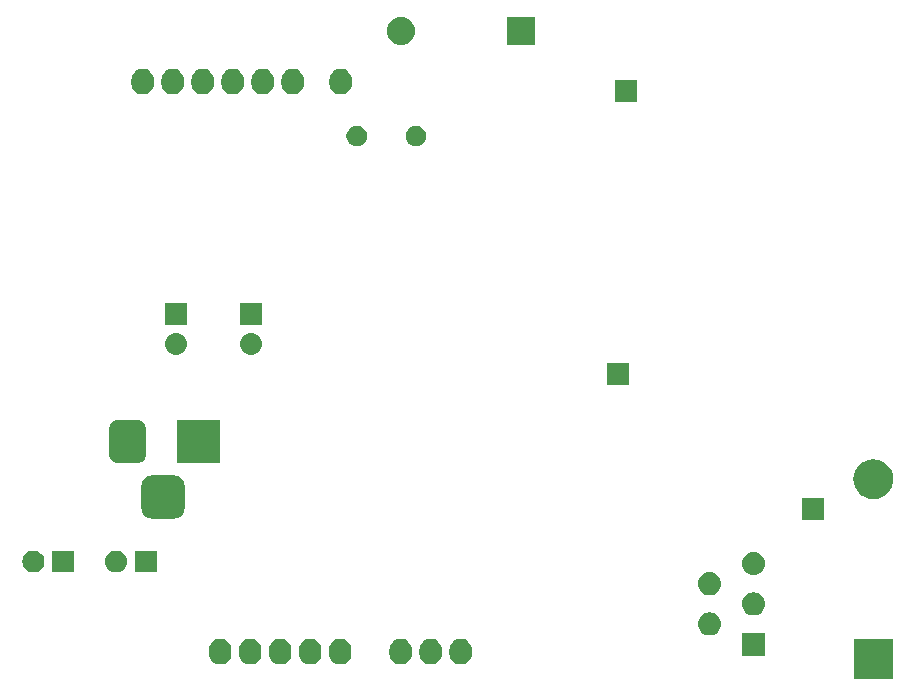
<source format=gbs>
G04 #@! TF.GenerationSoftware,KiCad,Pcbnew,5.0.2+dfsg1-1~bpo9+1*
G04 #@! TF.CreationDate,2019-12-06T02:16:18-05:00*
G04 #@! TF.ProjectId,uno,756e6f2e-6b69-4636-9164-5f7063625858,v1.0*
G04 #@! TF.SameCoordinates,Original*
G04 #@! TF.FileFunction,Soldermask,Bot*
G04 #@! TF.FilePolarity,Negative*
%FSLAX46Y46*%
G04 Gerber Fmt 4.6, Leading zero omitted, Abs format (unit mm)*
G04 Created by KiCad (PCBNEW 5.0.2+dfsg1-1~bpo9+1) date Fri 06 Dec 2019 02:16:18 AM EST*
%MOMM*%
%LPD*%
G01*
G04 APERTURE LIST*
%ADD10C,0.100000*%
G04 APERTURE END LIST*
D10*
G36*
X112801200Y-110896200D02*
X109448800Y-110896200D01*
X109448800Y-107543800D01*
X112801200Y-107543800D01*
X112801200Y-110896200D01*
X112801200Y-110896200D01*
G37*
G36*
X56013427Y-107506397D02*
X56013429Y-107506398D01*
X56013432Y-107506398D01*
X56190585Y-107560137D01*
X56343312Y-107641771D01*
X56353853Y-107647405D01*
X56496954Y-107764846D01*
X56614395Y-107907947D01*
X56614396Y-107907949D01*
X56701663Y-108071214D01*
X56755402Y-108248367D01*
X56755402Y-108248368D01*
X56755403Y-108248372D01*
X56769000Y-108386426D01*
X56769000Y-108783573D01*
X56755403Y-108921628D01*
X56755402Y-108921631D01*
X56755402Y-108921632D01*
X56701663Y-109098786D01*
X56620030Y-109251511D01*
X56614395Y-109262053D01*
X56496954Y-109405154D01*
X56353853Y-109522595D01*
X56353851Y-109522596D01*
X56190586Y-109609863D01*
X56013433Y-109663602D01*
X56013430Y-109663602D01*
X56013428Y-109663603D01*
X55829200Y-109681748D01*
X55644973Y-109663603D01*
X55644971Y-109663602D01*
X55644968Y-109663602D01*
X55467815Y-109609863D01*
X55304550Y-109522596D01*
X55304548Y-109522595D01*
X55161447Y-109405154D01*
X55044005Y-109262053D01*
X55038371Y-109251511D01*
X54956737Y-109098786D01*
X54902998Y-108921633D01*
X54902998Y-108921630D01*
X54902997Y-108921628D01*
X54889400Y-108783574D01*
X54889400Y-108386427D01*
X54902997Y-108248373D01*
X54902998Y-108248371D01*
X54902998Y-108248368D01*
X54956737Y-108071215D01*
X55044004Y-107907949D01*
X55044005Y-107907947D01*
X55161446Y-107764846D01*
X55304547Y-107647405D01*
X55315089Y-107641771D01*
X55467814Y-107560137D01*
X55644967Y-107506398D01*
X55644970Y-107506398D01*
X55644972Y-107506397D01*
X55829200Y-107488252D01*
X56013427Y-107506397D01*
X56013427Y-107506397D01*
G37*
G36*
X58553427Y-107506397D02*
X58553429Y-107506398D01*
X58553432Y-107506398D01*
X58730585Y-107560137D01*
X58883312Y-107641771D01*
X58893853Y-107647405D01*
X59036954Y-107764846D01*
X59154395Y-107907947D01*
X59154396Y-107907949D01*
X59241663Y-108071214D01*
X59295402Y-108248367D01*
X59295402Y-108248368D01*
X59295403Y-108248372D01*
X59309000Y-108386426D01*
X59309000Y-108783573D01*
X59295403Y-108921628D01*
X59295402Y-108921631D01*
X59295402Y-108921632D01*
X59241663Y-109098786D01*
X59160030Y-109251511D01*
X59154395Y-109262053D01*
X59036954Y-109405154D01*
X58893853Y-109522595D01*
X58893851Y-109522596D01*
X58730586Y-109609863D01*
X58553433Y-109663602D01*
X58553430Y-109663602D01*
X58553428Y-109663603D01*
X58369200Y-109681748D01*
X58184973Y-109663603D01*
X58184971Y-109663602D01*
X58184968Y-109663602D01*
X58007815Y-109609863D01*
X57844550Y-109522596D01*
X57844548Y-109522595D01*
X57701447Y-109405154D01*
X57584005Y-109262053D01*
X57578371Y-109251511D01*
X57496737Y-109098786D01*
X57442998Y-108921633D01*
X57442998Y-108921630D01*
X57442997Y-108921628D01*
X57429400Y-108783574D01*
X57429400Y-108386427D01*
X57442997Y-108248373D01*
X57442998Y-108248371D01*
X57442998Y-108248368D01*
X57496737Y-108071215D01*
X57584004Y-107907949D01*
X57584005Y-107907947D01*
X57701446Y-107764846D01*
X57844547Y-107647405D01*
X57855089Y-107641771D01*
X58007814Y-107560137D01*
X58184967Y-107506398D01*
X58184970Y-107506398D01*
X58184972Y-107506397D01*
X58369200Y-107488252D01*
X58553427Y-107506397D01*
X58553427Y-107506397D01*
G37*
G36*
X66173427Y-107506397D02*
X66173429Y-107506398D01*
X66173432Y-107506398D01*
X66350585Y-107560137D01*
X66503312Y-107641771D01*
X66513853Y-107647405D01*
X66656954Y-107764846D01*
X66774395Y-107907947D01*
X66774396Y-107907949D01*
X66861663Y-108071214D01*
X66915402Y-108248367D01*
X66915402Y-108248368D01*
X66915403Y-108248372D01*
X66929000Y-108386426D01*
X66929000Y-108783573D01*
X66915403Y-108921628D01*
X66915402Y-108921631D01*
X66915402Y-108921632D01*
X66861663Y-109098786D01*
X66780030Y-109251511D01*
X66774395Y-109262053D01*
X66656954Y-109405154D01*
X66513853Y-109522595D01*
X66513851Y-109522596D01*
X66350586Y-109609863D01*
X66173433Y-109663602D01*
X66173430Y-109663602D01*
X66173428Y-109663603D01*
X65989200Y-109681748D01*
X65804973Y-109663603D01*
X65804971Y-109663602D01*
X65804968Y-109663602D01*
X65627815Y-109609863D01*
X65464550Y-109522596D01*
X65464548Y-109522595D01*
X65321447Y-109405154D01*
X65204005Y-109262053D01*
X65198371Y-109251511D01*
X65116737Y-109098786D01*
X65062998Y-108921633D01*
X65062998Y-108921630D01*
X65062997Y-108921628D01*
X65049400Y-108783574D01*
X65049400Y-108386427D01*
X65062997Y-108248373D01*
X65062998Y-108248371D01*
X65062998Y-108248368D01*
X65116737Y-108071215D01*
X65204004Y-107907949D01*
X65204005Y-107907947D01*
X65321446Y-107764846D01*
X65464547Y-107647405D01*
X65475089Y-107641771D01*
X65627814Y-107560137D01*
X65804967Y-107506398D01*
X65804970Y-107506398D01*
X65804972Y-107506397D01*
X65989200Y-107488252D01*
X66173427Y-107506397D01*
X66173427Y-107506397D01*
G37*
G36*
X61093427Y-107506397D02*
X61093429Y-107506398D01*
X61093432Y-107506398D01*
X61270585Y-107560137D01*
X61423312Y-107641771D01*
X61433853Y-107647405D01*
X61576954Y-107764846D01*
X61694395Y-107907947D01*
X61694396Y-107907949D01*
X61781663Y-108071214D01*
X61835402Y-108248367D01*
X61835402Y-108248368D01*
X61835403Y-108248372D01*
X61849000Y-108386426D01*
X61849000Y-108783573D01*
X61835403Y-108921628D01*
X61835402Y-108921631D01*
X61835402Y-108921632D01*
X61781663Y-109098786D01*
X61700030Y-109251511D01*
X61694395Y-109262053D01*
X61576954Y-109405154D01*
X61433853Y-109522595D01*
X61433851Y-109522596D01*
X61270586Y-109609863D01*
X61093433Y-109663602D01*
X61093430Y-109663602D01*
X61093428Y-109663603D01*
X60909200Y-109681748D01*
X60724973Y-109663603D01*
X60724971Y-109663602D01*
X60724968Y-109663602D01*
X60547815Y-109609863D01*
X60384550Y-109522596D01*
X60384548Y-109522595D01*
X60241447Y-109405154D01*
X60124005Y-109262053D01*
X60118371Y-109251511D01*
X60036737Y-109098786D01*
X59982998Y-108921633D01*
X59982998Y-108921630D01*
X59982997Y-108921628D01*
X59969400Y-108783574D01*
X59969400Y-108386427D01*
X59982997Y-108248373D01*
X59982998Y-108248371D01*
X59982998Y-108248368D01*
X60036737Y-108071215D01*
X60124004Y-107907949D01*
X60124005Y-107907947D01*
X60241446Y-107764846D01*
X60384547Y-107647405D01*
X60395089Y-107641771D01*
X60547814Y-107560137D01*
X60724967Y-107506398D01*
X60724970Y-107506398D01*
X60724972Y-107506397D01*
X60909200Y-107488252D01*
X61093427Y-107506397D01*
X61093427Y-107506397D01*
G37*
G36*
X63633427Y-107506397D02*
X63633429Y-107506398D01*
X63633432Y-107506398D01*
X63810585Y-107560137D01*
X63963312Y-107641771D01*
X63973853Y-107647405D01*
X64116954Y-107764846D01*
X64234395Y-107907947D01*
X64234396Y-107907949D01*
X64321663Y-108071214D01*
X64375402Y-108248367D01*
X64375402Y-108248368D01*
X64375403Y-108248372D01*
X64389000Y-108386426D01*
X64389000Y-108783573D01*
X64375403Y-108921628D01*
X64375402Y-108921631D01*
X64375402Y-108921632D01*
X64321663Y-109098786D01*
X64240030Y-109251511D01*
X64234395Y-109262053D01*
X64116954Y-109405154D01*
X63973853Y-109522595D01*
X63973851Y-109522596D01*
X63810586Y-109609863D01*
X63633433Y-109663602D01*
X63633430Y-109663602D01*
X63633428Y-109663603D01*
X63449200Y-109681748D01*
X63264973Y-109663603D01*
X63264971Y-109663602D01*
X63264968Y-109663602D01*
X63087815Y-109609863D01*
X62924550Y-109522596D01*
X62924548Y-109522595D01*
X62781447Y-109405154D01*
X62664005Y-109262053D01*
X62658371Y-109251511D01*
X62576737Y-109098786D01*
X62522998Y-108921633D01*
X62522998Y-108921630D01*
X62522997Y-108921628D01*
X62509400Y-108783574D01*
X62509400Y-108386427D01*
X62522997Y-108248373D01*
X62522998Y-108248371D01*
X62522998Y-108248368D01*
X62576737Y-108071215D01*
X62664004Y-107907949D01*
X62664005Y-107907947D01*
X62781446Y-107764846D01*
X62924547Y-107647405D01*
X62935089Y-107641771D01*
X63087814Y-107560137D01*
X63264967Y-107506398D01*
X63264970Y-107506398D01*
X63264972Y-107506397D01*
X63449200Y-107488252D01*
X63633427Y-107506397D01*
X63633427Y-107506397D01*
G37*
G36*
X71278827Y-107506397D02*
X71278829Y-107506398D01*
X71278832Y-107506398D01*
X71455985Y-107560137D01*
X71608712Y-107641771D01*
X71619253Y-107647405D01*
X71762354Y-107764846D01*
X71879795Y-107907947D01*
X71879796Y-107907949D01*
X71967063Y-108071214D01*
X72020802Y-108248367D01*
X72020802Y-108248368D01*
X72020803Y-108248372D01*
X72034400Y-108386426D01*
X72034400Y-108783573D01*
X72020803Y-108921628D01*
X72020802Y-108921631D01*
X72020802Y-108921632D01*
X71967063Y-109098786D01*
X71885430Y-109251511D01*
X71879795Y-109262053D01*
X71762354Y-109405154D01*
X71619253Y-109522595D01*
X71619251Y-109522596D01*
X71455986Y-109609863D01*
X71278833Y-109663602D01*
X71278830Y-109663602D01*
X71278828Y-109663603D01*
X71094600Y-109681748D01*
X70910373Y-109663603D01*
X70910371Y-109663602D01*
X70910368Y-109663602D01*
X70733215Y-109609863D01*
X70569950Y-109522596D01*
X70569948Y-109522595D01*
X70426847Y-109405154D01*
X70309405Y-109262053D01*
X70303771Y-109251511D01*
X70222137Y-109098786D01*
X70168398Y-108921633D01*
X70168398Y-108921630D01*
X70168397Y-108921628D01*
X70154800Y-108783574D01*
X70154800Y-108386427D01*
X70168397Y-108248373D01*
X70168398Y-108248371D01*
X70168398Y-108248368D01*
X70222137Y-108071215D01*
X70309404Y-107907949D01*
X70309405Y-107907947D01*
X70426846Y-107764846D01*
X70569947Y-107647405D01*
X70580489Y-107641771D01*
X70733214Y-107560137D01*
X70910367Y-107506398D01*
X70910370Y-107506398D01*
X70910372Y-107506397D01*
X71094600Y-107488252D01*
X71278827Y-107506397D01*
X71278827Y-107506397D01*
G37*
G36*
X73818827Y-107506397D02*
X73818829Y-107506398D01*
X73818832Y-107506398D01*
X73995985Y-107560137D01*
X74148712Y-107641771D01*
X74159253Y-107647405D01*
X74302354Y-107764846D01*
X74419795Y-107907947D01*
X74419796Y-107907949D01*
X74507063Y-108071214D01*
X74560802Y-108248367D01*
X74560802Y-108248368D01*
X74560803Y-108248372D01*
X74574400Y-108386426D01*
X74574400Y-108783573D01*
X74560803Y-108921628D01*
X74560802Y-108921631D01*
X74560802Y-108921632D01*
X74507063Y-109098786D01*
X74425430Y-109251511D01*
X74419795Y-109262053D01*
X74302354Y-109405154D01*
X74159253Y-109522595D01*
X74159251Y-109522596D01*
X73995986Y-109609863D01*
X73818833Y-109663602D01*
X73818830Y-109663602D01*
X73818828Y-109663603D01*
X73634600Y-109681748D01*
X73450373Y-109663603D01*
X73450371Y-109663602D01*
X73450368Y-109663602D01*
X73273215Y-109609863D01*
X73109950Y-109522596D01*
X73109948Y-109522595D01*
X72966847Y-109405154D01*
X72849405Y-109262053D01*
X72843771Y-109251511D01*
X72762137Y-109098786D01*
X72708398Y-108921633D01*
X72708398Y-108921630D01*
X72708397Y-108921628D01*
X72694800Y-108783574D01*
X72694800Y-108386427D01*
X72708397Y-108248373D01*
X72708398Y-108248371D01*
X72708398Y-108248368D01*
X72762137Y-108071215D01*
X72849404Y-107907949D01*
X72849405Y-107907947D01*
X72966846Y-107764846D01*
X73109947Y-107647405D01*
X73120489Y-107641771D01*
X73273214Y-107560137D01*
X73450367Y-107506398D01*
X73450370Y-107506398D01*
X73450372Y-107506397D01*
X73634600Y-107488252D01*
X73818827Y-107506397D01*
X73818827Y-107506397D01*
G37*
G36*
X76358827Y-107506397D02*
X76358829Y-107506398D01*
X76358832Y-107506398D01*
X76535985Y-107560137D01*
X76688712Y-107641771D01*
X76699253Y-107647405D01*
X76842354Y-107764846D01*
X76959795Y-107907947D01*
X76959796Y-107907949D01*
X77047063Y-108071214D01*
X77100802Y-108248367D01*
X77100802Y-108248368D01*
X77100803Y-108248372D01*
X77114400Y-108386426D01*
X77114400Y-108783573D01*
X77100803Y-108921628D01*
X77100802Y-108921631D01*
X77100802Y-108921632D01*
X77047063Y-109098786D01*
X76965430Y-109251511D01*
X76959795Y-109262053D01*
X76842354Y-109405154D01*
X76699253Y-109522595D01*
X76699251Y-109522596D01*
X76535986Y-109609863D01*
X76358833Y-109663602D01*
X76358830Y-109663602D01*
X76358828Y-109663603D01*
X76174600Y-109681748D01*
X75990373Y-109663603D01*
X75990371Y-109663602D01*
X75990368Y-109663602D01*
X75813215Y-109609863D01*
X75649950Y-109522596D01*
X75649948Y-109522595D01*
X75506847Y-109405154D01*
X75389405Y-109262053D01*
X75383771Y-109251511D01*
X75302137Y-109098786D01*
X75248398Y-108921633D01*
X75248398Y-108921630D01*
X75248397Y-108921628D01*
X75234800Y-108783574D01*
X75234800Y-108386427D01*
X75248397Y-108248373D01*
X75248398Y-108248371D01*
X75248398Y-108248368D01*
X75302137Y-108071215D01*
X75389404Y-107907949D01*
X75389405Y-107907947D01*
X75506846Y-107764846D01*
X75649947Y-107647405D01*
X75660489Y-107641771D01*
X75813214Y-107560137D01*
X75990367Y-107506398D01*
X75990370Y-107506398D01*
X75990372Y-107506397D01*
X76174600Y-107488252D01*
X76358827Y-107506397D01*
X76358827Y-107506397D01*
G37*
G36*
X101941200Y-108926200D02*
X99988800Y-108926200D01*
X99988800Y-106973800D01*
X101941200Y-106973800D01*
X101941200Y-108926200D01*
X101941200Y-108926200D01*
G37*
G36*
X97456365Y-105287924D02*
X97456368Y-105287925D01*
X97456369Y-105287925D01*
X97640383Y-105343745D01*
X97809972Y-105434392D01*
X97958617Y-105556383D01*
X98080608Y-105705028D01*
X98171255Y-105874617D01*
X98171255Y-105874618D01*
X98227076Y-106058635D01*
X98245924Y-106250000D01*
X98227076Y-106441365D01*
X98227075Y-106441368D01*
X98227075Y-106441369D01*
X98171255Y-106625383D01*
X98080608Y-106794972D01*
X97958617Y-106943617D01*
X97809972Y-107065608D01*
X97640383Y-107156255D01*
X97456369Y-107212075D01*
X97456368Y-107212075D01*
X97456365Y-107212076D01*
X97312960Y-107226200D01*
X97217040Y-107226200D01*
X97073635Y-107212076D01*
X97073632Y-107212075D01*
X97073631Y-107212075D01*
X96889617Y-107156255D01*
X96720028Y-107065608D01*
X96571383Y-106943617D01*
X96449392Y-106794972D01*
X96358745Y-106625383D01*
X96302925Y-106441369D01*
X96302925Y-106441368D01*
X96302924Y-106441365D01*
X96284076Y-106250000D01*
X96302924Y-106058635D01*
X96358745Y-105874618D01*
X96358745Y-105874617D01*
X96449392Y-105705028D01*
X96571383Y-105556383D01*
X96720028Y-105434392D01*
X96889617Y-105343745D01*
X97073631Y-105287925D01*
X97073632Y-105287925D01*
X97073635Y-105287924D01*
X97217040Y-105273800D01*
X97312960Y-105273800D01*
X97456365Y-105287924D01*
X97456365Y-105287924D01*
G37*
G36*
X101156365Y-103587924D02*
X101156368Y-103587925D01*
X101156369Y-103587925D01*
X101340383Y-103643745D01*
X101509972Y-103734392D01*
X101658617Y-103856383D01*
X101780608Y-104005028D01*
X101871255Y-104174617D01*
X101871255Y-104174618D01*
X101927076Y-104358635D01*
X101945924Y-104550000D01*
X101927076Y-104741365D01*
X101927075Y-104741368D01*
X101927075Y-104741369D01*
X101871255Y-104925383D01*
X101780608Y-105094972D01*
X101658617Y-105243617D01*
X101509972Y-105365608D01*
X101340383Y-105456255D01*
X101156369Y-105512075D01*
X101156368Y-105512075D01*
X101156365Y-105512076D01*
X101012960Y-105526200D01*
X100917040Y-105526200D01*
X100773635Y-105512076D01*
X100773632Y-105512075D01*
X100773631Y-105512075D01*
X100589617Y-105456255D01*
X100420028Y-105365608D01*
X100271383Y-105243617D01*
X100149392Y-105094972D01*
X100058745Y-104925383D01*
X100002925Y-104741369D01*
X100002925Y-104741368D01*
X100002924Y-104741365D01*
X99984076Y-104550000D01*
X100002924Y-104358635D01*
X100058745Y-104174618D01*
X100058745Y-104174617D01*
X100149392Y-104005028D01*
X100271383Y-103856383D01*
X100420028Y-103734392D01*
X100589617Y-103643745D01*
X100773631Y-103587925D01*
X100773632Y-103587925D01*
X100773635Y-103587924D01*
X100917040Y-103573800D01*
X101012960Y-103573800D01*
X101156365Y-103587924D01*
X101156365Y-103587924D01*
G37*
G36*
X97456365Y-101887924D02*
X97456368Y-101887925D01*
X97456369Y-101887925D01*
X97640383Y-101943745D01*
X97809972Y-102034392D01*
X97958617Y-102156383D01*
X98080608Y-102305028D01*
X98171255Y-102474617D01*
X98171255Y-102474618D01*
X98227076Y-102658635D01*
X98245924Y-102850000D01*
X98227076Y-103041365D01*
X98227075Y-103041368D01*
X98227075Y-103041369D01*
X98171255Y-103225383D01*
X98080608Y-103394972D01*
X97958617Y-103543617D01*
X97809972Y-103665608D01*
X97640383Y-103756255D01*
X97456369Y-103812075D01*
X97456368Y-103812075D01*
X97456365Y-103812076D01*
X97312960Y-103826200D01*
X97217040Y-103826200D01*
X97073635Y-103812076D01*
X97073632Y-103812075D01*
X97073631Y-103812075D01*
X96889617Y-103756255D01*
X96720028Y-103665608D01*
X96571383Y-103543617D01*
X96449392Y-103394972D01*
X96358745Y-103225383D01*
X96302925Y-103041369D01*
X96302925Y-103041368D01*
X96302924Y-103041365D01*
X96284076Y-102850000D01*
X96302924Y-102658635D01*
X96358745Y-102474618D01*
X96358745Y-102474617D01*
X96449392Y-102305028D01*
X96571383Y-102156383D01*
X96720028Y-102034392D01*
X96889617Y-101943745D01*
X97073631Y-101887925D01*
X97073632Y-101887925D01*
X97073635Y-101887924D01*
X97217040Y-101873800D01*
X97312960Y-101873800D01*
X97456365Y-101887924D01*
X97456365Y-101887924D01*
G37*
G36*
X101156365Y-100187924D02*
X101156368Y-100187925D01*
X101156369Y-100187925D01*
X101340383Y-100243745D01*
X101509972Y-100334392D01*
X101658617Y-100456383D01*
X101780608Y-100605028D01*
X101871255Y-100774617D01*
X101927075Y-100958631D01*
X101927076Y-100958635D01*
X101945924Y-101150000D01*
X101927076Y-101341365D01*
X101927075Y-101341368D01*
X101927075Y-101341369D01*
X101871255Y-101525383D01*
X101780608Y-101694972D01*
X101658617Y-101843617D01*
X101509972Y-101965608D01*
X101340383Y-102056255D01*
X101156369Y-102112075D01*
X101156368Y-102112075D01*
X101156365Y-102112076D01*
X101012960Y-102126200D01*
X100917040Y-102126200D01*
X100773635Y-102112076D01*
X100773632Y-102112075D01*
X100773631Y-102112075D01*
X100589617Y-102056255D01*
X100420028Y-101965608D01*
X100271383Y-101843617D01*
X100149392Y-101694972D01*
X100058745Y-101525383D01*
X100002925Y-101341369D01*
X100002925Y-101341368D01*
X100002924Y-101341365D01*
X99984076Y-101150000D01*
X100002924Y-100958635D01*
X100002925Y-100958631D01*
X100058745Y-100774617D01*
X100149392Y-100605028D01*
X100271383Y-100456383D01*
X100420028Y-100334392D01*
X100589617Y-100243745D01*
X100773631Y-100187925D01*
X100773632Y-100187925D01*
X100773635Y-100187924D01*
X100917040Y-100173800D01*
X101012960Y-100173800D01*
X101156365Y-100187924D01*
X101156365Y-100187924D01*
G37*
G36*
X50456200Y-101891200D02*
X48603800Y-101891200D01*
X48603800Y-100038800D01*
X50456200Y-100038800D01*
X50456200Y-101891200D01*
X50456200Y-101891200D01*
G37*
G36*
X47171563Y-100052201D02*
X47171566Y-100052202D01*
X47171567Y-100052202D01*
X47346156Y-100105163D01*
X47507059Y-100191167D01*
X47648091Y-100306909D01*
X47763833Y-100447941D01*
X47849837Y-100608844D01*
X47900124Y-100774617D01*
X47902799Y-100783437D01*
X47920682Y-100965000D01*
X47902799Y-101146563D01*
X47902798Y-101146566D01*
X47902798Y-101146567D01*
X47849837Y-101321156D01*
X47763833Y-101482059D01*
X47648091Y-101623091D01*
X47507059Y-101738833D01*
X47346156Y-101824837D01*
X47171567Y-101877798D01*
X47171566Y-101877798D01*
X47171563Y-101877799D01*
X47035501Y-101891200D01*
X46944499Y-101891200D01*
X46808437Y-101877799D01*
X46808434Y-101877798D01*
X46808433Y-101877798D01*
X46633844Y-101824837D01*
X46472941Y-101738833D01*
X46331909Y-101623091D01*
X46216167Y-101482059D01*
X46130163Y-101321156D01*
X46077202Y-101146567D01*
X46077202Y-101146566D01*
X46077201Y-101146563D01*
X46059318Y-100965000D01*
X46077201Y-100783437D01*
X46079877Y-100774617D01*
X46130163Y-100608844D01*
X46216167Y-100447941D01*
X46331909Y-100306909D01*
X46472941Y-100191167D01*
X46633844Y-100105163D01*
X46808433Y-100052202D01*
X46808434Y-100052202D01*
X46808437Y-100052201D01*
X46944499Y-100038800D01*
X47035501Y-100038800D01*
X47171563Y-100052201D01*
X47171563Y-100052201D01*
G37*
G36*
X43471200Y-101891200D02*
X41618800Y-101891200D01*
X41618800Y-100038800D01*
X43471200Y-100038800D01*
X43471200Y-101891200D01*
X43471200Y-101891200D01*
G37*
G36*
X40186563Y-100052201D02*
X40186566Y-100052202D01*
X40186567Y-100052202D01*
X40361156Y-100105163D01*
X40522059Y-100191167D01*
X40663091Y-100306909D01*
X40778833Y-100447941D01*
X40864837Y-100608844D01*
X40915124Y-100774617D01*
X40917799Y-100783437D01*
X40935682Y-100965000D01*
X40917799Y-101146563D01*
X40917798Y-101146566D01*
X40917798Y-101146567D01*
X40864837Y-101321156D01*
X40778833Y-101482059D01*
X40663091Y-101623091D01*
X40522059Y-101738833D01*
X40361156Y-101824837D01*
X40186567Y-101877798D01*
X40186566Y-101877798D01*
X40186563Y-101877799D01*
X40050501Y-101891200D01*
X39959499Y-101891200D01*
X39823437Y-101877799D01*
X39823434Y-101877798D01*
X39823433Y-101877798D01*
X39648844Y-101824837D01*
X39487941Y-101738833D01*
X39346909Y-101623091D01*
X39231167Y-101482059D01*
X39145163Y-101321156D01*
X39092202Y-101146567D01*
X39092202Y-101146566D01*
X39092201Y-101146563D01*
X39074318Y-100965000D01*
X39092201Y-100783437D01*
X39094877Y-100774617D01*
X39145163Y-100608844D01*
X39231167Y-100447941D01*
X39346909Y-100306909D01*
X39487941Y-100191167D01*
X39648844Y-100105163D01*
X39823433Y-100052202D01*
X39823434Y-100052202D01*
X39823437Y-100052201D01*
X39959499Y-100038800D01*
X40050501Y-100038800D01*
X40186563Y-100052201D01*
X40186563Y-100052201D01*
G37*
G36*
X106971200Y-97446200D02*
X105118800Y-97446200D01*
X105118800Y-95593800D01*
X106971200Y-95593800D01*
X106971200Y-97446200D01*
X106971200Y-97446200D01*
G37*
G36*
X52086630Y-93696097D02*
X52253113Y-93746599D01*
X52406545Y-93828610D01*
X52541025Y-93938975D01*
X52651390Y-94073455D01*
X52733401Y-94226887D01*
X52783903Y-94393370D01*
X52801200Y-94568991D01*
X52801200Y-96441009D01*
X52783903Y-96616630D01*
X52733401Y-96783113D01*
X52651390Y-96936545D01*
X52541025Y-97071025D01*
X52406545Y-97181390D01*
X52253113Y-97263401D01*
X52086630Y-97313903D01*
X51911009Y-97331200D01*
X50038991Y-97331200D01*
X49863370Y-97313903D01*
X49696887Y-97263401D01*
X49543455Y-97181390D01*
X49408975Y-97071025D01*
X49298610Y-96936545D01*
X49216599Y-96783113D01*
X49166097Y-96616630D01*
X49148800Y-96441009D01*
X49148800Y-94568991D01*
X49166097Y-94393370D01*
X49216599Y-94226887D01*
X49298610Y-94073455D01*
X49408975Y-93938975D01*
X49543455Y-93828610D01*
X49696887Y-93746599D01*
X49863370Y-93696097D01*
X50038991Y-93678800D01*
X51911009Y-93678800D01*
X52086630Y-93696097D01*
X52086630Y-93696097D01*
G37*
G36*
X111453589Y-92328052D02*
X111681622Y-92397225D01*
X111769558Y-92423900D01*
X111916527Y-92502457D01*
X112060754Y-92579548D01*
X112315987Y-92789013D01*
X112525452Y-93044246D01*
X112525453Y-93044248D01*
X112681100Y-93335442D01*
X112681100Y-93335443D01*
X112776948Y-93651411D01*
X112809311Y-93980000D01*
X112776948Y-94308589D01*
X112707775Y-94536622D01*
X112681100Y-94624558D01*
X112543253Y-94882450D01*
X112525452Y-94915754D01*
X112315987Y-95170987D01*
X112060754Y-95380452D01*
X112060752Y-95380453D01*
X111769558Y-95536100D01*
X111681622Y-95562775D01*
X111453589Y-95631948D01*
X111207350Y-95656200D01*
X111042650Y-95656200D01*
X110796411Y-95631948D01*
X110568378Y-95562775D01*
X110480442Y-95536100D01*
X110189248Y-95380453D01*
X110189246Y-95380452D01*
X109934013Y-95170987D01*
X109724548Y-94915754D01*
X109706747Y-94882450D01*
X109568900Y-94624558D01*
X109542225Y-94536622D01*
X109473052Y-94308589D01*
X109440689Y-93980000D01*
X109473052Y-93651411D01*
X109568900Y-93335443D01*
X109568900Y-93335442D01*
X109724547Y-93044248D01*
X109724548Y-93044246D01*
X109934013Y-92789013D01*
X110189246Y-92579548D01*
X110333473Y-92502457D01*
X110480442Y-92423900D01*
X110568378Y-92397225D01*
X110796411Y-92328052D01*
X111042650Y-92303800D01*
X111207350Y-92303800D01*
X111453589Y-92328052D01*
X111453589Y-92328052D01*
G37*
G36*
X48937243Y-88993695D02*
X49080279Y-89037085D01*
X49212098Y-89107543D01*
X49327636Y-89202364D01*
X49422457Y-89317902D01*
X49492915Y-89449721D01*
X49536305Y-89592757D01*
X49551200Y-89743991D01*
X49551200Y-91866009D01*
X49536305Y-92017243D01*
X49492915Y-92160279D01*
X49422457Y-92292098D01*
X49327636Y-92407636D01*
X49212098Y-92502457D01*
X49080279Y-92572915D01*
X48937243Y-92616305D01*
X48786009Y-92631200D01*
X47163991Y-92631200D01*
X47012757Y-92616305D01*
X46869721Y-92572915D01*
X46737902Y-92502457D01*
X46622364Y-92407636D01*
X46527543Y-92292098D01*
X46457085Y-92160279D01*
X46413695Y-92017243D01*
X46398800Y-91866009D01*
X46398800Y-89743991D01*
X46413695Y-89592757D01*
X46457085Y-89449721D01*
X46527543Y-89317902D01*
X46622364Y-89202364D01*
X46737902Y-89107543D01*
X46869721Y-89037085D01*
X47012757Y-88993695D01*
X47163991Y-88978800D01*
X48786009Y-88978800D01*
X48937243Y-88993695D01*
X48937243Y-88993695D01*
G37*
G36*
X55801200Y-92631200D02*
X52148800Y-92631200D01*
X52148800Y-88978800D01*
X55801200Y-88978800D01*
X55801200Y-92631200D01*
X55801200Y-92631200D01*
G37*
G36*
X90461200Y-86016200D02*
X88608800Y-86016200D01*
X88608800Y-84163800D01*
X90461200Y-84163800D01*
X90461200Y-86016200D01*
X90461200Y-86016200D01*
G37*
G36*
X58601563Y-81637201D02*
X58601566Y-81637202D01*
X58601567Y-81637202D01*
X58776156Y-81690163D01*
X58937059Y-81776167D01*
X58937061Y-81776168D01*
X58937060Y-81776168D01*
X59078091Y-81891909D01*
X59193832Y-82032940D01*
X59279837Y-82193844D01*
X59332799Y-82368437D01*
X59350682Y-82550000D01*
X59332799Y-82731563D01*
X59332798Y-82731566D01*
X59332798Y-82731567D01*
X59279837Y-82906156D01*
X59193833Y-83067059D01*
X59078091Y-83208091D01*
X58937059Y-83323833D01*
X58776156Y-83409837D01*
X58601567Y-83462798D01*
X58601566Y-83462798D01*
X58601563Y-83462799D01*
X58465501Y-83476200D01*
X58374499Y-83476200D01*
X58238437Y-83462799D01*
X58238434Y-83462798D01*
X58238433Y-83462798D01*
X58063844Y-83409837D01*
X57902941Y-83323833D01*
X57761909Y-83208091D01*
X57646167Y-83067059D01*
X57560163Y-82906156D01*
X57507202Y-82731567D01*
X57507202Y-82731566D01*
X57507201Y-82731563D01*
X57489318Y-82550000D01*
X57507201Y-82368437D01*
X57560163Y-82193844D01*
X57646168Y-82032940D01*
X57761909Y-81891909D01*
X57902940Y-81776168D01*
X57902939Y-81776168D01*
X57902941Y-81776167D01*
X58063844Y-81690163D01*
X58238433Y-81637202D01*
X58238434Y-81637202D01*
X58238437Y-81637201D01*
X58374499Y-81623800D01*
X58465501Y-81623800D01*
X58601563Y-81637201D01*
X58601563Y-81637201D01*
G37*
G36*
X52251563Y-81637201D02*
X52251566Y-81637202D01*
X52251567Y-81637202D01*
X52426156Y-81690163D01*
X52587059Y-81776167D01*
X52587061Y-81776168D01*
X52587060Y-81776168D01*
X52728091Y-81891909D01*
X52843832Y-82032940D01*
X52929837Y-82193844D01*
X52982799Y-82368437D01*
X53000682Y-82550000D01*
X52982799Y-82731563D01*
X52982798Y-82731566D01*
X52982798Y-82731567D01*
X52929837Y-82906156D01*
X52843833Y-83067059D01*
X52728091Y-83208091D01*
X52587059Y-83323833D01*
X52426156Y-83409837D01*
X52251567Y-83462798D01*
X52251566Y-83462798D01*
X52251563Y-83462799D01*
X52115501Y-83476200D01*
X52024499Y-83476200D01*
X51888437Y-83462799D01*
X51888434Y-83462798D01*
X51888433Y-83462798D01*
X51713844Y-83409837D01*
X51552941Y-83323833D01*
X51411909Y-83208091D01*
X51296167Y-83067059D01*
X51210163Y-82906156D01*
X51157202Y-82731567D01*
X51157202Y-82731566D01*
X51157201Y-82731563D01*
X51139318Y-82550000D01*
X51157201Y-82368437D01*
X51210163Y-82193844D01*
X51296168Y-82032940D01*
X51411909Y-81891909D01*
X51552940Y-81776168D01*
X51552939Y-81776168D01*
X51552941Y-81776167D01*
X51713844Y-81690163D01*
X51888433Y-81637202D01*
X51888434Y-81637202D01*
X51888437Y-81637201D01*
X52024499Y-81623800D01*
X52115501Y-81623800D01*
X52251563Y-81637201D01*
X52251563Y-81637201D01*
G37*
G36*
X59346200Y-80936200D02*
X57493800Y-80936200D01*
X57493800Y-79083800D01*
X59346200Y-79083800D01*
X59346200Y-80936200D01*
X59346200Y-80936200D01*
G37*
G36*
X52996200Y-80936200D02*
X51143800Y-80936200D01*
X51143800Y-79083800D01*
X52996200Y-79083800D01*
X52996200Y-80936200D01*
X52996200Y-80936200D01*
G37*
G36*
X72645578Y-64104971D02*
X72805037Y-64171021D01*
X72948545Y-64266911D01*
X73070589Y-64388955D01*
X73166479Y-64532463D01*
X73232529Y-64691922D01*
X73266200Y-64861202D01*
X73266200Y-65033798D01*
X73232529Y-65203078D01*
X73166479Y-65362537D01*
X73070589Y-65506045D01*
X72948545Y-65628089D01*
X72805037Y-65723979D01*
X72645578Y-65790029D01*
X72476298Y-65823700D01*
X72303702Y-65823700D01*
X72134422Y-65790029D01*
X71974963Y-65723979D01*
X71831455Y-65628089D01*
X71709411Y-65506045D01*
X71613521Y-65362537D01*
X71547471Y-65203078D01*
X71513800Y-65033798D01*
X71513800Y-64861202D01*
X71547471Y-64691922D01*
X71613521Y-64532463D01*
X71709411Y-64388955D01*
X71831455Y-64266911D01*
X71974963Y-64171021D01*
X72134422Y-64104971D01*
X72303702Y-64071300D01*
X72476298Y-64071300D01*
X72645578Y-64104971D01*
X72645578Y-64104971D01*
G37*
G36*
X67645578Y-64104971D02*
X67805037Y-64171021D01*
X67948545Y-64266911D01*
X68070589Y-64388955D01*
X68166479Y-64532463D01*
X68232529Y-64691922D01*
X68266200Y-64861202D01*
X68266200Y-65033798D01*
X68232529Y-65203078D01*
X68166479Y-65362537D01*
X68070589Y-65506045D01*
X67948545Y-65628089D01*
X67805037Y-65723979D01*
X67645578Y-65790029D01*
X67476298Y-65823700D01*
X67303702Y-65823700D01*
X67134422Y-65790029D01*
X66974963Y-65723979D01*
X66831455Y-65628089D01*
X66709411Y-65506045D01*
X66613521Y-65362537D01*
X66547471Y-65203078D01*
X66513800Y-65033798D01*
X66513800Y-64861202D01*
X66547471Y-64691922D01*
X66613521Y-64532463D01*
X66709411Y-64388955D01*
X66831455Y-64266911D01*
X66974963Y-64171021D01*
X67134422Y-64104971D01*
X67303702Y-64071300D01*
X67476298Y-64071300D01*
X67645578Y-64104971D01*
X67645578Y-64104971D01*
G37*
G36*
X91096200Y-62063700D02*
X89243800Y-62063700D01*
X89243800Y-60211300D01*
X91096200Y-60211300D01*
X91096200Y-62063700D01*
X91096200Y-62063700D01*
G37*
G36*
X62134827Y-59246397D02*
X62134829Y-59246398D01*
X62134832Y-59246398D01*
X62311985Y-59300137D01*
X62464712Y-59381771D01*
X62475253Y-59387405D01*
X62618354Y-59504846D01*
X62735795Y-59647947D01*
X62735796Y-59647949D01*
X62823063Y-59811214D01*
X62876802Y-59988367D01*
X62876802Y-59988368D01*
X62876803Y-59988372D01*
X62890400Y-60126426D01*
X62890400Y-60523573D01*
X62876803Y-60661628D01*
X62876802Y-60661631D01*
X62876802Y-60661632D01*
X62823063Y-60838786D01*
X62741430Y-60991511D01*
X62735795Y-61002053D01*
X62618354Y-61145154D01*
X62475253Y-61262595D01*
X62475251Y-61262596D01*
X62311986Y-61349863D01*
X62134833Y-61403602D01*
X62134830Y-61403602D01*
X62134828Y-61403603D01*
X61950600Y-61421748D01*
X61766373Y-61403603D01*
X61766371Y-61403602D01*
X61766368Y-61403602D01*
X61589215Y-61349863D01*
X61425950Y-61262596D01*
X61425948Y-61262595D01*
X61282847Y-61145154D01*
X61165405Y-61002053D01*
X61159770Y-60991511D01*
X61078137Y-60838786D01*
X61024398Y-60661633D01*
X61024398Y-60661630D01*
X61024397Y-60661628D01*
X61010800Y-60523574D01*
X61010800Y-60126427D01*
X61024397Y-59988373D01*
X61024398Y-59988371D01*
X61024398Y-59988368D01*
X61078137Y-59811215D01*
X61165404Y-59647949D01*
X61165405Y-59647947D01*
X61282846Y-59504846D01*
X61425947Y-59387405D01*
X61436489Y-59381771D01*
X61589214Y-59300137D01*
X61766367Y-59246398D01*
X61766370Y-59246398D01*
X61766372Y-59246397D01*
X61950600Y-59228252D01*
X62134827Y-59246397D01*
X62134827Y-59246397D01*
G37*
G36*
X49434827Y-59246397D02*
X49434829Y-59246398D01*
X49434832Y-59246398D01*
X49611985Y-59300137D01*
X49764712Y-59381771D01*
X49775253Y-59387405D01*
X49918354Y-59504846D01*
X50035795Y-59647947D01*
X50035796Y-59647949D01*
X50123063Y-59811214D01*
X50176802Y-59988367D01*
X50176802Y-59988368D01*
X50176803Y-59988372D01*
X50190400Y-60126426D01*
X50190400Y-60523573D01*
X50176803Y-60661628D01*
X50176802Y-60661631D01*
X50176802Y-60661632D01*
X50123063Y-60838786D01*
X50041430Y-60991511D01*
X50035795Y-61002053D01*
X49918354Y-61145154D01*
X49775253Y-61262595D01*
X49775251Y-61262596D01*
X49611986Y-61349863D01*
X49434833Y-61403602D01*
X49434830Y-61403602D01*
X49434828Y-61403603D01*
X49250600Y-61421748D01*
X49066373Y-61403603D01*
X49066371Y-61403602D01*
X49066368Y-61403602D01*
X48889215Y-61349863D01*
X48725950Y-61262596D01*
X48725948Y-61262595D01*
X48582847Y-61145154D01*
X48465405Y-61002053D01*
X48459770Y-60991511D01*
X48378137Y-60838786D01*
X48324398Y-60661633D01*
X48324398Y-60661630D01*
X48324397Y-60661628D01*
X48310800Y-60523574D01*
X48310800Y-60126427D01*
X48324397Y-59988373D01*
X48324398Y-59988371D01*
X48324398Y-59988368D01*
X48378137Y-59811215D01*
X48465404Y-59647949D01*
X48465405Y-59647947D01*
X48582846Y-59504846D01*
X48725947Y-59387405D01*
X48736489Y-59381771D01*
X48889214Y-59300137D01*
X49066367Y-59246398D01*
X49066370Y-59246398D01*
X49066372Y-59246397D01*
X49250600Y-59228252D01*
X49434827Y-59246397D01*
X49434827Y-59246397D01*
G37*
G36*
X51974827Y-59246397D02*
X51974829Y-59246398D01*
X51974832Y-59246398D01*
X52151985Y-59300137D01*
X52304712Y-59381771D01*
X52315253Y-59387405D01*
X52458354Y-59504846D01*
X52575795Y-59647947D01*
X52575796Y-59647949D01*
X52663063Y-59811214D01*
X52716802Y-59988367D01*
X52716802Y-59988368D01*
X52716803Y-59988372D01*
X52730400Y-60126426D01*
X52730400Y-60523573D01*
X52716803Y-60661628D01*
X52716802Y-60661631D01*
X52716802Y-60661632D01*
X52663063Y-60838786D01*
X52581430Y-60991511D01*
X52575795Y-61002053D01*
X52458354Y-61145154D01*
X52315253Y-61262595D01*
X52315251Y-61262596D01*
X52151986Y-61349863D01*
X51974833Y-61403602D01*
X51974830Y-61403602D01*
X51974828Y-61403603D01*
X51790600Y-61421748D01*
X51606373Y-61403603D01*
X51606371Y-61403602D01*
X51606368Y-61403602D01*
X51429215Y-61349863D01*
X51265950Y-61262596D01*
X51265948Y-61262595D01*
X51122847Y-61145154D01*
X51005405Y-61002053D01*
X50999770Y-60991511D01*
X50918137Y-60838786D01*
X50864398Y-60661633D01*
X50864398Y-60661630D01*
X50864397Y-60661628D01*
X50850800Y-60523574D01*
X50850800Y-60126427D01*
X50864397Y-59988373D01*
X50864398Y-59988371D01*
X50864398Y-59988368D01*
X50918137Y-59811215D01*
X51005404Y-59647949D01*
X51005405Y-59647947D01*
X51122846Y-59504846D01*
X51265947Y-59387405D01*
X51276489Y-59381771D01*
X51429214Y-59300137D01*
X51606367Y-59246398D01*
X51606370Y-59246398D01*
X51606372Y-59246397D01*
X51790600Y-59228252D01*
X51974827Y-59246397D01*
X51974827Y-59246397D01*
G37*
G36*
X54514827Y-59246397D02*
X54514829Y-59246398D01*
X54514832Y-59246398D01*
X54691985Y-59300137D01*
X54844712Y-59381771D01*
X54855253Y-59387405D01*
X54998354Y-59504846D01*
X55115795Y-59647947D01*
X55115796Y-59647949D01*
X55203063Y-59811214D01*
X55256802Y-59988367D01*
X55256802Y-59988368D01*
X55256803Y-59988372D01*
X55270400Y-60126426D01*
X55270400Y-60523573D01*
X55256803Y-60661628D01*
X55256802Y-60661631D01*
X55256802Y-60661632D01*
X55203063Y-60838786D01*
X55121430Y-60991511D01*
X55115795Y-61002053D01*
X54998354Y-61145154D01*
X54855253Y-61262595D01*
X54855251Y-61262596D01*
X54691986Y-61349863D01*
X54514833Y-61403602D01*
X54514830Y-61403602D01*
X54514828Y-61403603D01*
X54330600Y-61421748D01*
X54146373Y-61403603D01*
X54146371Y-61403602D01*
X54146368Y-61403602D01*
X53969215Y-61349863D01*
X53805950Y-61262596D01*
X53805948Y-61262595D01*
X53662847Y-61145154D01*
X53545405Y-61002053D01*
X53539770Y-60991511D01*
X53458137Y-60838786D01*
X53404398Y-60661633D01*
X53404398Y-60661630D01*
X53404397Y-60661628D01*
X53390800Y-60523574D01*
X53390800Y-60126427D01*
X53404397Y-59988373D01*
X53404398Y-59988371D01*
X53404398Y-59988368D01*
X53458137Y-59811215D01*
X53545404Y-59647949D01*
X53545405Y-59647947D01*
X53662846Y-59504846D01*
X53805947Y-59387405D01*
X53816489Y-59381771D01*
X53969214Y-59300137D01*
X54146367Y-59246398D01*
X54146370Y-59246398D01*
X54146372Y-59246397D01*
X54330600Y-59228252D01*
X54514827Y-59246397D01*
X54514827Y-59246397D01*
G37*
G36*
X57054827Y-59246397D02*
X57054829Y-59246398D01*
X57054832Y-59246398D01*
X57231985Y-59300137D01*
X57384712Y-59381771D01*
X57395253Y-59387405D01*
X57538354Y-59504846D01*
X57655795Y-59647947D01*
X57655796Y-59647949D01*
X57743063Y-59811214D01*
X57796802Y-59988367D01*
X57796802Y-59988368D01*
X57796803Y-59988372D01*
X57810400Y-60126426D01*
X57810400Y-60523573D01*
X57796803Y-60661628D01*
X57796802Y-60661631D01*
X57796802Y-60661632D01*
X57743063Y-60838786D01*
X57661430Y-60991511D01*
X57655795Y-61002053D01*
X57538354Y-61145154D01*
X57395253Y-61262595D01*
X57395251Y-61262596D01*
X57231986Y-61349863D01*
X57054833Y-61403602D01*
X57054830Y-61403602D01*
X57054828Y-61403603D01*
X56870600Y-61421748D01*
X56686373Y-61403603D01*
X56686371Y-61403602D01*
X56686368Y-61403602D01*
X56509215Y-61349863D01*
X56345950Y-61262596D01*
X56345948Y-61262595D01*
X56202847Y-61145154D01*
X56085405Y-61002053D01*
X56079770Y-60991511D01*
X55998137Y-60838786D01*
X55944398Y-60661633D01*
X55944398Y-60661630D01*
X55944397Y-60661628D01*
X55930800Y-60523574D01*
X55930800Y-60126427D01*
X55944397Y-59988373D01*
X55944398Y-59988371D01*
X55944398Y-59988368D01*
X55998137Y-59811215D01*
X56085404Y-59647949D01*
X56085405Y-59647947D01*
X56202846Y-59504846D01*
X56345947Y-59387405D01*
X56356489Y-59381771D01*
X56509214Y-59300137D01*
X56686367Y-59246398D01*
X56686370Y-59246398D01*
X56686372Y-59246397D01*
X56870600Y-59228252D01*
X57054827Y-59246397D01*
X57054827Y-59246397D01*
G37*
G36*
X59594827Y-59246397D02*
X59594829Y-59246398D01*
X59594832Y-59246398D01*
X59771985Y-59300137D01*
X59924712Y-59381771D01*
X59935253Y-59387405D01*
X60078354Y-59504846D01*
X60195795Y-59647947D01*
X60195796Y-59647949D01*
X60283063Y-59811214D01*
X60336802Y-59988367D01*
X60336802Y-59988368D01*
X60336803Y-59988372D01*
X60350400Y-60126426D01*
X60350400Y-60523573D01*
X60336803Y-60661628D01*
X60336802Y-60661631D01*
X60336802Y-60661632D01*
X60283063Y-60838786D01*
X60201430Y-60991511D01*
X60195795Y-61002053D01*
X60078354Y-61145154D01*
X59935253Y-61262595D01*
X59935251Y-61262596D01*
X59771986Y-61349863D01*
X59594833Y-61403602D01*
X59594830Y-61403602D01*
X59594828Y-61403603D01*
X59410600Y-61421748D01*
X59226373Y-61403603D01*
X59226371Y-61403602D01*
X59226368Y-61403602D01*
X59049215Y-61349863D01*
X58885950Y-61262596D01*
X58885948Y-61262595D01*
X58742847Y-61145154D01*
X58625405Y-61002053D01*
X58619770Y-60991511D01*
X58538137Y-60838786D01*
X58484398Y-60661633D01*
X58484398Y-60661630D01*
X58484397Y-60661628D01*
X58470800Y-60523574D01*
X58470800Y-60126427D01*
X58484397Y-59988373D01*
X58484398Y-59988371D01*
X58484398Y-59988368D01*
X58538137Y-59811215D01*
X58625404Y-59647949D01*
X58625405Y-59647947D01*
X58742846Y-59504846D01*
X58885947Y-59387405D01*
X58896489Y-59381771D01*
X59049214Y-59300137D01*
X59226367Y-59246398D01*
X59226370Y-59246398D01*
X59226372Y-59246397D01*
X59410600Y-59228252D01*
X59594827Y-59246397D01*
X59594827Y-59246397D01*
G37*
G36*
X66198827Y-59246397D02*
X66198829Y-59246398D01*
X66198832Y-59246398D01*
X66375985Y-59300137D01*
X66528712Y-59381771D01*
X66539253Y-59387405D01*
X66682354Y-59504846D01*
X66799795Y-59647947D01*
X66799796Y-59647949D01*
X66887063Y-59811214D01*
X66940802Y-59988367D01*
X66940802Y-59988368D01*
X66940803Y-59988372D01*
X66954400Y-60126426D01*
X66954400Y-60523573D01*
X66940803Y-60661628D01*
X66940802Y-60661631D01*
X66940802Y-60661632D01*
X66887063Y-60838786D01*
X66805430Y-60991511D01*
X66799795Y-61002053D01*
X66682354Y-61145154D01*
X66539253Y-61262595D01*
X66539251Y-61262596D01*
X66375986Y-61349863D01*
X66198833Y-61403602D01*
X66198830Y-61403602D01*
X66198828Y-61403603D01*
X66014600Y-61421748D01*
X65830373Y-61403603D01*
X65830371Y-61403602D01*
X65830368Y-61403602D01*
X65653215Y-61349863D01*
X65489950Y-61262596D01*
X65489948Y-61262595D01*
X65346847Y-61145154D01*
X65229405Y-61002053D01*
X65223770Y-60991511D01*
X65142137Y-60838786D01*
X65088398Y-60661633D01*
X65088398Y-60661630D01*
X65088397Y-60661628D01*
X65074800Y-60523574D01*
X65074800Y-60126427D01*
X65088397Y-59988373D01*
X65088398Y-59988371D01*
X65088398Y-59988368D01*
X65142137Y-59811215D01*
X65229404Y-59647949D01*
X65229405Y-59647947D01*
X65346846Y-59504846D01*
X65489947Y-59387405D01*
X65500489Y-59381771D01*
X65653214Y-59300137D01*
X65830367Y-59246398D01*
X65830370Y-59246398D01*
X65830372Y-59246397D01*
X66014600Y-59228252D01*
X66198827Y-59246397D01*
X66198827Y-59246397D01*
G37*
G36*
X82456200Y-57233700D02*
X80103800Y-57233700D01*
X80103800Y-54881300D01*
X82456200Y-54881300D01*
X82456200Y-57233700D01*
X82456200Y-57233700D01*
G37*
G36*
X71350575Y-54898319D02*
X71572290Y-54965575D01*
X71767829Y-55070093D01*
X71776625Y-55074795D01*
X71823279Y-55113084D01*
X71955723Y-55221777D01*
X72064416Y-55354221D01*
X72102705Y-55400875D01*
X72102706Y-55400877D01*
X72211925Y-55605210D01*
X72279181Y-55826925D01*
X72301891Y-56057500D01*
X72279181Y-56288075D01*
X72211925Y-56509790D01*
X72107407Y-56705329D01*
X72102705Y-56714125D01*
X72064416Y-56760779D01*
X71955723Y-56893223D01*
X71823279Y-57001916D01*
X71776625Y-57040205D01*
X71776623Y-57040206D01*
X71572290Y-57149425D01*
X71350575Y-57216681D01*
X71177781Y-57233700D01*
X71062219Y-57233700D01*
X70889425Y-57216681D01*
X70667710Y-57149425D01*
X70463377Y-57040206D01*
X70463375Y-57040205D01*
X70416721Y-57001916D01*
X70284277Y-56893223D01*
X70175584Y-56760779D01*
X70137295Y-56714125D01*
X70132593Y-56705329D01*
X70028075Y-56509790D01*
X69960819Y-56288075D01*
X69938109Y-56057500D01*
X69960819Y-55826925D01*
X70028075Y-55605210D01*
X70137294Y-55400877D01*
X70137295Y-55400875D01*
X70175584Y-55354221D01*
X70284277Y-55221777D01*
X70416721Y-55113084D01*
X70463375Y-55074795D01*
X70472171Y-55070093D01*
X70667710Y-54965575D01*
X70889425Y-54898319D01*
X71062219Y-54881300D01*
X71177781Y-54881300D01*
X71350575Y-54898319D01*
X71350575Y-54898319D01*
G37*
M02*

</source>
